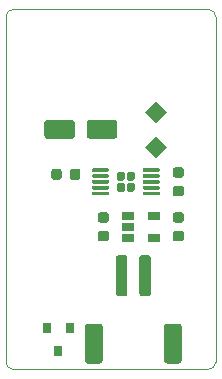
<source format=gbr>
%TF.GenerationSoftware,KiCad,Pcbnew,5.1.6+dfsg1-1~bpo10+1*%
%TF.CreationDate,Date%
%TF.ProjectId,ProMicro_ZPM,50726f4d-6963-4726-9f5f-5a504d2e6b69,v1.0*%
%TF.SameCoordinates,Original*%
%TF.FileFunction,Paste,Top*%
%TF.FilePolarity,Positive*%
%FSLAX45Y45*%
G04 Gerber Fmt 4.5, Leading zero omitted, Abs format (unit mm)*
G04 Created by KiCad*
%MOMM*%
%LPD*%
G01*
G04 APERTURE LIST*
%TA.AperFunction,Profile*%
%ADD10C,0.100000*%
%TD*%
%ADD11R,0.800000X0.900000*%
%ADD12R,1.060000X0.650000*%
%ADD13C,0.150000*%
G04 APERTURE END LIST*
D10*
X-63500Y-127000D02*
G75*
G02*
X-127000Y-63500I0J63500D01*
G01*
X1651000Y-63500D02*
G75*
G02*
X1587500Y-127000I-63500J0D01*
G01*
X1587500Y2921000D02*
G75*
G02*
X1651000Y2857500I0J-63500D01*
G01*
X-127000Y2857500D02*
G75*
G02*
X-63500Y2921000I63500J0D01*
G01*
X-127000Y-63500D02*
X-127000Y2857500D01*
X1587500Y-127000D02*
X-63500Y-127000D01*
X1651000Y2857500D02*
X1651000Y-63500D01*
X-63500Y2921000D02*
X1587500Y2921000D01*
G36*
G01*
X458000Y1960000D02*
X458000Y1850000D01*
G75*
G02*
X433000Y1825000I-25000J0D01*
G01*
X223000Y1825000D01*
G75*
G02*
X198000Y1850000I0J25000D01*
G01*
X198000Y1960000D01*
G75*
G02*
X223000Y1985000I25000J0D01*
G01*
X433000Y1985000D01*
G75*
G02*
X458000Y1960000I0J-25000D01*
G01*
G37*
G36*
G01*
X818000Y1960000D02*
X818000Y1850000D01*
G75*
G02*
X793000Y1825000I-25000J0D01*
G01*
X583000Y1825000D01*
G75*
G02*
X558000Y1850000I0J25000D01*
G01*
X558000Y1960000D01*
G75*
G02*
X583000Y1985000I25000J0D01*
G01*
X793000Y1985000D01*
G75*
G02*
X818000Y1960000I0J-25000D01*
G01*
G37*
G36*
G01*
X882000Y1529500D02*
X882000Y1485500D01*
G75*
G02*
X864500Y1468000I-17500J0D01*
G01*
X829500Y1468000D01*
G75*
G02*
X812000Y1485500I0J17500D01*
G01*
X812000Y1529500D01*
G75*
G02*
X829500Y1547000I17500J0D01*
G01*
X864500Y1547000D01*
G75*
G02*
X882000Y1529500I0J-17500D01*
G01*
G37*
G36*
G01*
X882000Y1435500D02*
X882000Y1391500D01*
G75*
G02*
X864500Y1374000I-17500J0D01*
G01*
X829500Y1374000D01*
G75*
G02*
X812000Y1391500I0J17500D01*
G01*
X812000Y1435500D01*
G75*
G02*
X829500Y1453000I17500J0D01*
G01*
X864500Y1453000D01*
G75*
G02*
X882000Y1435500I0J-17500D01*
G01*
G37*
G36*
G01*
X966000Y1529500D02*
X966000Y1485500D01*
G75*
G02*
X948500Y1468000I-17500J0D01*
G01*
X913500Y1468000D01*
G75*
G02*
X896000Y1485500I0J17500D01*
G01*
X896000Y1529500D01*
G75*
G02*
X913500Y1547000I17500J0D01*
G01*
X948500Y1547000D01*
G75*
G02*
X966000Y1529500I0J-17500D01*
G01*
G37*
G36*
G01*
X966000Y1435500D02*
X966000Y1391500D01*
G75*
G02*
X948500Y1374000I-17500J0D01*
G01*
X913500Y1374000D01*
G75*
G02*
X896000Y1391500I0J17500D01*
G01*
X896000Y1435500D01*
G75*
G02*
X913500Y1453000I17500J0D01*
G01*
X948500Y1453000D01*
G75*
G02*
X966000Y1435500I0J-17500D01*
G01*
G37*
G36*
G01*
X746500Y1368000D02*
X746500Y1353000D01*
G75*
G02*
X739000Y1345500I-7500J0D01*
G01*
X609000Y1345500D01*
G75*
G02*
X601500Y1353000I0J7500D01*
G01*
X601500Y1368000D01*
G75*
G02*
X609000Y1375500I7500J0D01*
G01*
X739000Y1375500D01*
G75*
G02*
X746500Y1368000I0J-7500D01*
G01*
G37*
G36*
G01*
X746500Y1418000D02*
X746500Y1403000D01*
G75*
G02*
X739000Y1395500I-7500J0D01*
G01*
X609000Y1395500D01*
G75*
G02*
X601500Y1403000I0J7500D01*
G01*
X601500Y1418000D01*
G75*
G02*
X609000Y1425500I7500J0D01*
G01*
X739000Y1425500D01*
G75*
G02*
X746500Y1418000I0J-7500D01*
G01*
G37*
G36*
G01*
X746500Y1468000D02*
X746500Y1453000D01*
G75*
G02*
X739000Y1445500I-7500J0D01*
G01*
X609000Y1445500D01*
G75*
G02*
X601500Y1453000I0J7500D01*
G01*
X601500Y1468000D01*
G75*
G02*
X609000Y1475500I7500J0D01*
G01*
X739000Y1475500D01*
G75*
G02*
X746500Y1468000I0J-7500D01*
G01*
G37*
G36*
G01*
X746500Y1518000D02*
X746500Y1503000D01*
G75*
G02*
X739000Y1495500I-7500J0D01*
G01*
X609000Y1495500D01*
G75*
G02*
X601500Y1503000I0J7500D01*
G01*
X601500Y1518000D01*
G75*
G02*
X609000Y1525500I7500J0D01*
G01*
X739000Y1525500D01*
G75*
G02*
X746500Y1518000I0J-7500D01*
G01*
G37*
G36*
G01*
X746500Y1568000D02*
X746500Y1553000D01*
G75*
G02*
X739000Y1545500I-7500J0D01*
G01*
X609000Y1545500D01*
G75*
G02*
X601500Y1553000I0J7500D01*
G01*
X601500Y1568000D01*
G75*
G02*
X609000Y1575500I7500J0D01*
G01*
X739000Y1575500D01*
G75*
G02*
X746500Y1568000I0J-7500D01*
G01*
G37*
G36*
G01*
X1176500Y1568000D02*
X1176500Y1553000D01*
G75*
G02*
X1169000Y1545500I-7500J0D01*
G01*
X1039000Y1545500D01*
G75*
G02*
X1031500Y1553000I0J7500D01*
G01*
X1031500Y1568000D01*
G75*
G02*
X1039000Y1575500I7500J0D01*
G01*
X1169000Y1575500D01*
G75*
G02*
X1176500Y1568000I0J-7500D01*
G01*
G37*
G36*
G01*
X1176500Y1518000D02*
X1176500Y1503000D01*
G75*
G02*
X1169000Y1495500I-7500J0D01*
G01*
X1039000Y1495500D01*
G75*
G02*
X1031500Y1503000I0J7500D01*
G01*
X1031500Y1518000D01*
G75*
G02*
X1039000Y1525500I7500J0D01*
G01*
X1169000Y1525500D01*
G75*
G02*
X1176500Y1518000I0J-7500D01*
G01*
G37*
G36*
G01*
X1176500Y1468000D02*
X1176500Y1453000D01*
G75*
G02*
X1169000Y1445500I-7500J0D01*
G01*
X1039000Y1445500D01*
G75*
G02*
X1031500Y1453000I0J7500D01*
G01*
X1031500Y1468000D01*
G75*
G02*
X1039000Y1475500I7500J0D01*
G01*
X1169000Y1475500D01*
G75*
G02*
X1176500Y1468000I0J-7500D01*
G01*
G37*
G36*
G01*
X1176500Y1418000D02*
X1176500Y1403000D01*
G75*
G02*
X1169000Y1395500I-7500J0D01*
G01*
X1039000Y1395500D01*
G75*
G02*
X1031500Y1403000I0J7500D01*
G01*
X1031500Y1418000D01*
G75*
G02*
X1039000Y1425500I7500J0D01*
G01*
X1169000Y1425500D01*
G75*
G02*
X1176500Y1418000I0J-7500D01*
G01*
G37*
G36*
G01*
X1176500Y1368000D02*
X1176500Y1353000D01*
G75*
G02*
X1169000Y1345500I-7500J0D01*
G01*
X1039000Y1345500D01*
G75*
G02*
X1031500Y1353000I0J7500D01*
G01*
X1031500Y1368000D01*
G75*
G02*
X1039000Y1375500I7500J0D01*
G01*
X1169000Y1375500D01*
G75*
G02*
X1176500Y1368000I0J-7500D01*
G01*
G37*
G36*
G01*
X1307875Y1044500D02*
X1359125Y1044500D01*
G75*
G02*
X1381000Y1022625I0J-21875D01*
G01*
X1381000Y978875D01*
G75*
G02*
X1359125Y957000I-21875J0D01*
G01*
X1307875Y957000D01*
G75*
G02*
X1286000Y978875I0J21875D01*
G01*
X1286000Y1022625D01*
G75*
G02*
X1307875Y1044500I21875J0D01*
G01*
G37*
G36*
G01*
X1307875Y1202000D02*
X1359125Y1202000D01*
G75*
G02*
X1381000Y1180125I0J-21875D01*
G01*
X1381000Y1136375D01*
G75*
G02*
X1359125Y1114500I-21875J0D01*
G01*
X1307875Y1114500D01*
G75*
G02*
X1286000Y1136375I0J21875D01*
G01*
X1286000Y1180125D01*
G75*
G02*
X1307875Y1202000I21875J0D01*
G01*
G37*
G36*
G01*
X1212500Y-54000D02*
X1212500Y236000D01*
G75*
G02*
X1237500Y261000I25000J0D01*
G01*
X1337500Y261000D01*
G75*
G02*
X1362500Y236000I0J-25000D01*
G01*
X1362500Y-54000D01*
G75*
G02*
X1337500Y-79000I-25000J0D01*
G01*
X1237500Y-79000D01*
G75*
G02*
X1212500Y-54000I0J25000D01*
G01*
G37*
G36*
G01*
X542500Y-54000D02*
X542500Y236000D01*
G75*
G02*
X567500Y261000I25000J0D01*
G01*
X667500Y261000D01*
G75*
G02*
X692500Y236000I0J-25000D01*
G01*
X692500Y-54000D01*
G75*
G02*
X667500Y-79000I-25000J0D01*
G01*
X567500Y-79000D01*
G75*
G02*
X542500Y-54000I0J25000D01*
G01*
G37*
G36*
G01*
X1002500Y516000D02*
X1002500Y816000D01*
G75*
G02*
X1027500Y841000I25000J0D01*
G01*
X1077500Y841000D01*
G75*
G02*
X1102500Y816000I0J-25000D01*
G01*
X1102500Y516000D01*
G75*
G02*
X1077500Y491000I-25000J0D01*
G01*
X1027500Y491000D01*
G75*
G02*
X1002500Y516000I0J25000D01*
G01*
G37*
G36*
G01*
X802500Y516000D02*
X802500Y816000D01*
G75*
G02*
X827500Y841000I25000J0D01*
G01*
X877500Y841000D01*
G75*
G02*
X902500Y816000I0J-25000D01*
G01*
X902500Y516000D01*
G75*
G02*
X877500Y491000I-25000J0D01*
G01*
X827500Y491000D01*
G75*
G02*
X802500Y516000I0J25000D01*
G01*
G37*
G36*
G01*
X724125Y1114500D02*
X672875Y1114500D01*
G75*
G02*
X651000Y1136375I0J21875D01*
G01*
X651000Y1180125D01*
G75*
G02*
X672875Y1202000I21875J0D01*
G01*
X724125Y1202000D01*
G75*
G02*
X746000Y1180125I0J-21875D01*
G01*
X746000Y1136375D01*
G75*
G02*
X724125Y1114500I-21875J0D01*
G01*
G37*
G36*
G01*
X724125Y957000D02*
X672875Y957000D01*
G75*
G02*
X651000Y978875I0J21875D01*
G01*
X651000Y1022625D01*
G75*
G02*
X672875Y1044500I21875J0D01*
G01*
X724125Y1044500D01*
G75*
G02*
X746000Y1022625I0J-21875D01*
G01*
X746000Y978875D01*
G75*
G02*
X724125Y957000I-21875J0D01*
G01*
G37*
D11*
X317500Y27000D03*
X222500Y227000D03*
X412500Y227000D03*
D12*
X1126000Y1174500D03*
X1126000Y984500D03*
X906000Y984500D03*
X906000Y1079500D03*
X906000Y1174500D03*
D13*
G36*
X1051076Y1755000D02*
G01*
X1143000Y1846924D01*
X1234924Y1755000D01*
X1143000Y1663076D01*
X1051076Y1755000D01*
G37*
G36*
X1051076Y2055000D02*
G01*
X1143000Y2146924D01*
X1234924Y2055000D01*
X1143000Y1963076D01*
X1051076Y2055000D01*
G37*
G36*
G01*
X346000Y1549625D02*
X346000Y1498375D01*
G75*
G02*
X324125Y1476500I-21875J0D01*
G01*
X280375Y1476500D01*
G75*
G02*
X258500Y1498375I0J21875D01*
G01*
X258500Y1549625D01*
G75*
G02*
X280375Y1571500I21875J0D01*
G01*
X324125Y1571500D01*
G75*
G02*
X346000Y1549625I0J-21875D01*
G01*
G37*
G36*
G01*
X503500Y1549625D02*
X503500Y1498375D01*
G75*
G02*
X481625Y1476500I-21875J0D01*
G01*
X437875Y1476500D01*
G75*
G02*
X416000Y1498375I0J21875D01*
G01*
X416000Y1549625D01*
G75*
G02*
X437875Y1571500I21875J0D01*
G01*
X481625Y1571500D01*
G75*
G02*
X503500Y1549625I0J-21875D01*
G01*
G37*
G36*
G01*
X1359125Y1495500D02*
X1307875Y1495500D01*
G75*
G02*
X1286000Y1517375I0J21875D01*
G01*
X1286000Y1561125D01*
G75*
G02*
X1307875Y1583000I21875J0D01*
G01*
X1359125Y1583000D01*
G75*
G02*
X1381000Y1561125I0J-21875D01*
G01*
X1381000Y1517375D01*
G75*
G02*
X1359125Y1495500I-21875J0D01*
G01*
G37*
G36*
G01*
X1359125Y1338000D02*
X1307875Y1338000D01*
G75*
G02*
X1286000Y1359875I0J21875D01*
G01*
X1286000Y1403625D01*
G75*
G02*
X1307875Y1425500I21875J0D01*
G01*
X1359125Y1425500D01*
G75*
G02*
X1381000Y1403625I0J-21875D01*
G01*
X1381000Y1359875D01*
G75*
G02*
X1359125Y1338000I-21875J0D01*
G01*
G37*
M02*

</source>
